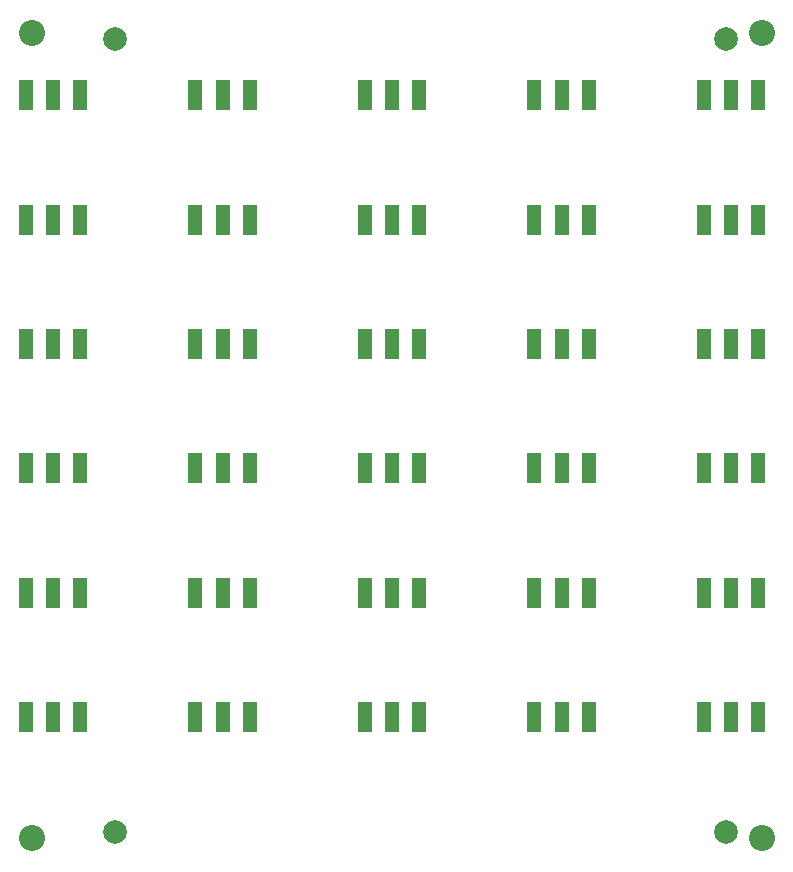
<source format=gbs>
G04*
G04 #@! TF.GenerationSoftware,Altium Limited,Altium Designer,23.5.1 (21)*
G04*
G04 Layer_Color=16711935*
%FSTAX25Y25*%
%MOIN*%
G70*
G04*
G04 #@! TF.SameCoordinates,755BC27C-C67A-4D62-9883-C884FE973DC9*
G04*
G04*
G04 #@! TF.FilePolarity,Negative*
G04*
G01*
G75*
%ADD45C,0.07874*%
%ADD51C,0.08674*%
%ADD52R,0.04737X0.10249*%
D45*
X0250985Y0276173D02*
D03*
X0047244D02*
D03*
X0250985Y0011811D02*
D03*
X0047244D02*
D03*
D51*
X0262796Y0278142D02*
D03*
X0019685D02*
D03*
X0262796Y0009843D02*
D03*
X0019685D02*
D03*
D52*
X0017565Y0050308D02*
D03*
X0035675D02*
D03*
X002662D02*
D03*
X0074061D02*
D03*
X0092171D02*
D03*
X0083116D02*
D03*
X0130557D02*
D03*
X0148667D02*
D03*
X0139612D02*
D03*
X0187053D02*
D03*
X0205164D02*
D03*
X0196108D02*
D03*
X0243549D02*
D03*
X026166D02*
D03*
X0252605D02*
D03*
X0017565Y0091743D02*
D03*
X0035675D02*
D03*
X002662D02*
D03*
X0074061D02*
D03*
X0092171D02*
D03*
X0083116D02*
D03*
X0130557D02*
D03*
X0148667D02*
D03*
X0139612D02*
D03*
X0187053D02*
D03*
X0205164D02*
D03*
X0196108D02*
D03*
X0243549D02*
D03*
X026166D02*
D03*
X0252605D02*
D03*
X0017565Y0133179D02*
D03*
X0035675D02*
D03*
X002662D02*
D03*
X0074061D02*
D03*
X0092171D02*
D03*
X0083116D02*
D03*
X0130557D02*
D03*
X0148667D02*
D03*
X0139612D02*
D03*
X0187053D02*
D03*
X0205164D02*
D03*
X0196108D02*
D03*
X0243549D02*
D03*
X026166D02*
D03*
X0252605D02*
D03*
X0017565Y0174615D02*
D03*
X0035675D02*
D03*
X002662D02*
D03*
X0074061D02*
D03*
X0092171D02*
D03*
X0083116D02*
D03*
X0130557D02*
D03*
X0148667D02*
D03*
X0139612D02*
D03*
X0187053D02*
D03*
X0205164D02*
D03*
X0196108D02*
D03*
X0243549D02*
D03*
X026166D02*
D03*
X0252605D02*
D03*
X0017565Y021605D02*
D03*
X0035675D02*
D03*
X002662D02*
D03*
X0074061D02*
D03*
X0092171D02*
D03*
X0083116D02*
D03*
X0130557D02*
D03*
X0148667D02*
D03*
X0139612D02*
D03*
X0187053D02*
D03*
X0205164D02*
D03*
X0196108D02*
D03*
X0243549D02*
D03*
X026166D02*
D03*
X0252605D02*
D03*
X0017565Y0257486D02*
D03*
X0035675D02*
D03*
X002662D02*
D03*
X0074061D02*
D03*
X0092171D02*
D03*
X0083116D02*
D03*
X0130557D02*
D03*
X0148667D02*
D03*
X0139612D02*
D03*
X0187053D02*
D03*
X0205164D02*
D03*
X0196108D02*
D03*
X0243549D02*
D03*
X026166D02*
D03*
X0252605D02*
D03*
M02*

</source>
